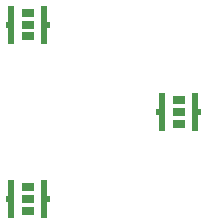
<source format=gbr>
G04 EAGLE Gerber RS-274X export*
G75*
%MOMM*%
%FSLAX34Y34*%
%LPD*%
%INSolderpaste Bottom*%
%IPPOS*%
%AMOC8*
5,1,8,0,0,1.08239X$1,22.5*%
G01*
%ADD10R,0.500000X3.300000*%
%ADD11R,0.450000X0.500000*%
%ADD12R,1.010000X0.750000*%


D10*
X340136Y163576D03*
D11*
X343386Y163576D03*
D10*
X312136Y163576D03*
D11*
X308886Y163576D03*
D12*
X326136Y163576D03*
X326136Y153576D03*
X326136Y173576D03*
D10*
X212374Y89662D03*
D11*
X215624Y89662D03*
D10*
X184374Y89662D03*
D11*
X181124Y89662D03*
D12*
X198374Y89662D03*
X198374Y79662D03*
X198374Y99662D03*
D10*
X212374Y237490D03*
D11*
X215624Y237490D03*
D10*
X184374Y237490D03*
D11*
X181124Y237490D03*
D12*
X198374Y237490D03*
X198374Y227490D03*
X198374Y247490D03*
M02*

</source>
